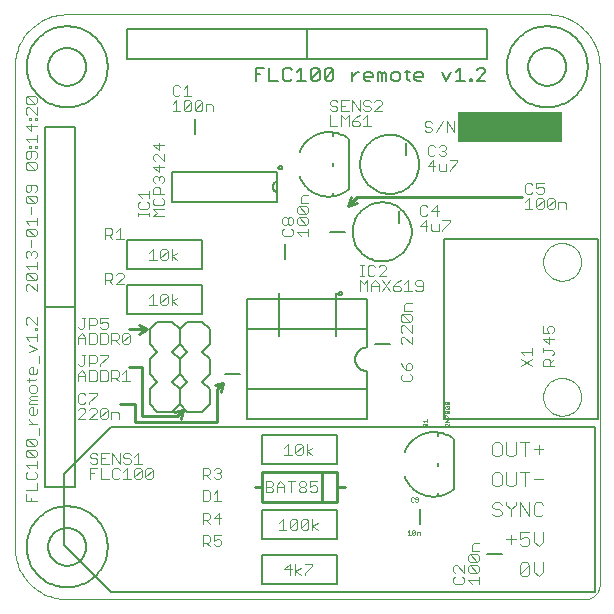
<source format=gto>
G75*
G70*
%OFA0B0*%
%FSLAX24Y24*%
%IPPOS*%
%LPD*%
%AMOC8*
5,1,8,0,0,1.08239X$1,22.5*
%
%ADD10C,0.0000*%
%ADD11C,0.0040*%
%ADD12R,0.3500X0.1000*%
%ADD13C,0.0060*%
%ADD14C,0.0030*%
%ADD15C,0.0100*%
%ADD16C,0.0050*%
%ADD17C,0.0080*%
%ADD18C,0.0020*%
%ADD19C,0.0010*%
D10*
X002925Y001175D02*
X020175Y001175D01*
X020219Y001177D01*
X020262Y001183D01*
X020304Y001192D01*
X020346Y001205D01*
X020386Y001222D01*
X020425Y001242D01*
X020462Y001265D01*
X020496Y001292D01*
X020529Y001321D01*
X020558Y001354D01*
X020585Y001388D01*
X020608Y001425D01*
X020628Y001464D01*
X020645Y001504D01*
X020658Y001546D01*
X020667Y001588D01*
X020673Y001631D01*
X020675Y001675D01*
X020675Y018925D01*
X020673Y019008D01*
X020667Y019091D01*
X020657Y019174D01*
X020643Y019256D01*
X020626Y019338D01*
X020604Y019418D01*
X020579Y019497D01*
X020550Y019575D01*
X020517Y019652D01*
X020480Y019727D01*
X020441Y019800D01*
X020397Y019871D01*
X020351Y019940D01*
X020301Y020007D01*
X020248Y020071D01*
X020192Y020133D01*
X020133Y020192D01*
X020071Y020248D01*
X020007Y020301D01*
X019940Y020351D01*
X019871Y020397D01*
X019800Y020441D01*
X019727Y020480D01*
X019652Y020517D01*
X019575Y020550D01*
X019497Y020579D01*
X019418Y020604D01*
X019338Y020626D01*
X019256Y020643D01*
X019174Y020657D01*
X019091Y020667D01*
X019008Y020673D01*
X018925Y020675D01*
X002925Y020675D01*
X002842Y020673D01*
X002759Y020667D01*
X002676Y020657D01*
X002594Y020643D01*
X002512Y020626D01*
X002432Y020604D01*
X002353Y020579D01*
X002275Y020550D01*
X002198Y020517D01*
X002123Y020480D01*
X002050Y020441D01*
X001979Y020397D01*
X001910Y020351D01*
X001843Y020301D01*
X001779Y020248D01*
X001717Y020192D01*
X001658Y020133D01*
X001602Y020071D01*
X001549Y020007D01*
X001499Y019940D01*
X001453Y019871D01*
X001409Y019800D01*
X001370Y019727D01*
X001333Y019652D01*
X001300Y019575D01*
X001271Y019497D01*
X001246Y019418D01*
X001224Y019338D01*
X001207Y019256D01*
X001193Y019174D01*
X001183Y019091D01*
X001177Y019008D01*
X001175Y018925D01*
X001175Y002925D01*
X001177Y002842D01*
X001183Y002759D01*
X001193Y002676D01*
X001207Y002594D01*
X001224Y002512D01*
X001246Y002432D01*
X001271Y002353D01*
X001300Y002275D01*
X001333Y002198D01*
X001370Y002123D01*
X001409Y002050D01*
X001453Y001979D01*
X001499Y001910D01*
X001549Y001843D01*
X001602Y001779D01*
X001658Y001717D01*
X001717Y001658D01*
X001779Y001602D01*
X001843Y001549D01*
X001910Y001499D01*
X001979Y001453D01*
X002050Y001409D01*
X002123Y001370D01*
X002198Y001333D01*
X002275Y001300D01*
X002353Y001271D01*
X002432Y001246D01*
X002512Y001224D01*
X002594Y001207D01*
X002676Y001193D01*
X002759Y001183D01*
X002842Y001177D01*
X002925Y001175D01*
X018795Y007925D02*
X018797Y007975D01*
X018803Y008025D01*
X018813Y008074D01*
X018827Y008122D01*
X018844Y008169D01*
X018865Y008214D01*
X018890Y008258D01*
X018918Y008299D01*
X018950Y008338D01*
X018984Y008375D01*
X019021Y008409D01*
X019061Y008439D01*
X019103Y008466D01*
X019147Y008490D01*
X019193Y008511D01*
X019240Y008527D01*
X019288Y008540D01*
X019338Y008549D01*
X019387Y008554D01*
X019438Y008555D01*
X019488Y008552D01*
X019537Y008545D01*
X019586Y008534D01*
X019634Y008519D01*
X019680Y008501D01*
X019725Y008479D01*
X019768Y008453D01*
X019809Y008424D01*
X019848Y008392D01*
X019884Y008357D01*
X019916Y008319D01*
X019946Y008279D01*
X019973Y008236D01*
X019996Y008192D01*
X020015Y008146D01*
X020031Y008098D01*
X020043Y008049D01*
X020051Y008000D01*
X020055Y007950D01*
X020055Y007900D01*
X020051Y007850D01*
X020043Y007801D01*
X020031Y007752D01*
X020015Y007704D01*
X019996Y007658D01*
X019973Y007614D01*
X019946Y007571D01*
X019916Y007531D01*
X019884Y007493D01*
X019848Y007458D01*
X019809Y007426D01*
X019768Y007397D01*
X019725Y007371D01*
X019680Y007349D01*
X019634Y007331D01*
X019586Y007316D01*
X019537Y007305D01*
X019488Y007298D01*
X019438Y007295D01*
X019387Y007296D01*
X019338Y007301D01*
X019288Y007310D01*
X019240Y007323D01*
X019193Y007339D01*
X019147Y007360D01*
X019103Y007384D01*
X019061Y007411D01*
X019021Y007441D01*
X018984Y007475D01*
X018950Y007512D01*
X018918Y007551D01*
X018890Y007592D01*
X018865Y007636D01*
X018844Y007681D01*
X018827Y007728D01*
X018813Y007776D01*
X018803Y007825D01*
X018797Y007875D01*
X018795Y007925D01*
X018795Y012425D02*
X018797Y012475D01*
X018803Y012525D01*
X018813Y012574D01*
X018827Y012622D01*
X018844Y012669D01*
X018865Y012714D01*
X018890Y012758D01*
X018918Y012799D01*
X018950Y012838D01*
X018984Y012875D01*
X019021Y012909D01*
X019061Y012939D01*
X019103Y012966D01*
X019147Y012990D01*
X019193Y013011D01*
X019240Y013027D01*
X019288Y013040D01*
X019338Y013049D01*
X019387Y013054D01*
X019438Y013055D01*
X019488Y013052D01*
X019537Y013045D01*
X019586Y013034D01*
X019634Y013019D01*
X019680Y013001D01*
X019725Y012979D01*
X019768Y012953D01*
X019809Y012924D01*
X019848Y012892D01*
X019884Y012857D01*
X019916Y012819D01*
X019946Y012779D01*
X019973Y012736D01*
X019996Y012692D01*
X020015Y012646D01*
X020031Y012598D01*
X020043Y012549D01*
X020051Y012500D01*
X020055Y012450D01*
X020055Y012400D01*
X020051Y012350D01*
X020043Y012301D01*
X020031Y012252D01*
X020015Y012204D01*
X019996Y012158D01*
X019973Y012114D01*
X019946Y012071D01*
X019916Y012031D01*
X019884Y011993D01*
X019848Y011958D01*
X019809Y011926D01*
X019768Y011897D01*
X019725Y011871D01*
X019680Y011849D01*
X019634Y011831D01*
X019586Y011816D01*
X019537Y011805D01*
X019488Y011798D01*
X019438Y011795D01*
X019387Y011796D01*
X019338Y011801D01*
X019288Y011810D01*
X019240Y011823D01*
X019193Y011839D01*
X019147Y011860D01*
X019103Y011884D01*
X019061Y011911D01*
X019021Y011941D01*
X018984Y011975D01*
X018950Y012012D01*
X018918Y012051D01*
X018890Y012092D01*
X018865Y012136D01*
X018844Y012181D01*
X018827Y012228D01*
X018813Y012276D01*
X018803Y012325D01*
X018797Y012375D01*
X018795Y012425D01*
D11*
X018743Y014695D02*
X018623Y014695D01*
X018563Y014755D01*
X018563Y014875D02*
X018683Y014935D01*
X018743Y014935D01*
X018804Y014875D01*
X018804Y014755D01*
X018743Y014695D01*
X018563Y014875D02*
X018563Y015055D01*
X018804Y015055D01*
X018435Y014995D02*
X018375Y015055D01*
X018255Y015055D01*
X018195Y014995D01*
X018195Y014755D01*
X018255Y014695D01*
X018375Y014695D01*
X018435Y014755D01*
X015817Y016745D02*
X015817Y017105D01*
X015577Y017105D02*
X015817Y016745D01*
X015577Y016745D02*
X015577Y017105D01*
X015449Y017105D02*
X015208Y016745D01*
X015080Y016805D02*
X015020Y016745D01*
X014900Y016745D01*
X014840Y016805D01*
X014900Y016925D02*
X015020Y016925D01*
X015080Y016865D01*
X015080Y016805D01*
X014900Y016925D02*
X014840Y016985D01*
X014840Y017045D01*
X014900Y017105D01*
X015020Y017105D01*
X015080Y017045D01*
X015125Y016305D02*
X015005Y016305D01*
X014945Y016245D01*
X014945Y016005D01*
X015005Y015945D01*
X015125Y015945D01*
X015185Y016005D01*
X015313Y016005D02*
X015373Y015945D01*
X015493Y015945D01*
X015554Y016005D01*
X015554Y016065D01*
X015493Y016125D01*
X015433Y016125D01*
X015493Y016125D02*
X015554Y016185D01*
X015554Y016245D01*
X015493Y016305D01*
X015373Y016305D01*
X015313Y016245D01*
X015185Y016245D02*
X015125Y016305D01*
X013408Y017445D02*
X013168Y017445D01*
X013408Y017685D01*
X013408Y017745D01*
X013348Y017805D01*
X013228Y017805D01*
X013168Y017745D01*
X013040Y017745D02*
X012980Y017805D01*
X012860Y017805D01*
X012800Y017745D01*
X012800Y017685D01*
X012860Y017625D01*
X012980Y017625D01*
X013040Y017565D01*
X013040Y017505D01*
X012980Y017445D01*
X012860Y017445D01*
X012800Y017505D01*
X012672Y017445D02*
X012432Y017805D01*
X012432Y017445D01*
X012304Y017445D02*
X012063Y017445D01*
X012063Y017805D01*
X012304Y017805D01*
X012183Y017625D02*
X012063Y017625D01*
X011935Y017565D02*
X011935Y017505D01*
X011875Y017445D01*
X011755Y017445D01*
X011695Y017505D01*
X011755Y017625D02*
X011875Y017625D01*
X011935Y017565D01*
X011935Y017745D02*
X011875Y017805D01*
X011755Y017805D01*
X011695Y017745D01*
X011695Y017685D01*
X011755Y017625D01*
X012672Y017445D02*
X012672Y017805D01*
X014755Y014305D02*
X014695Y014245D01*
X014695Y014005D01*
X014755Y013945D01*
X014875Y013945D01*
X014935Y014005D01*
X015063Y014125D02*
X015304Y014125D01*
X015243Y013945D02*
X015243Y014305D01*
X015063Y014125D01*
X014935Y014245D02*
X014875Y014305D01*
X014755Y014305D01*
X013489Y012305D02*
X013369Y012305D01*
X013309Y012245D01*
X013181Y012245D02*
X013121Y012305D01*
X013001Y012305D01*
X012941Y012245D01*
X012941Y012005D01*
X013001Y011945D01*
X013121Y011945D01*
X013181Y012005D01*
X013309Y011945D02*
X013549Y012185D01*
X013549Y012245D01*
X013489Y012305D01*
X013549Y011945D02*
X013309Y011945D01*
X012815Y011945D02*
X012695Y011945D01*
X012755Y011945D02*
X012755Y012305D01*
X012695Y012305D02*
X012815Y012305D01*
X010455Y013355D02*
X010395Y013295D01*
X010155Y013295D01*
X010095Y013355D01*
X010095Y013475D01*
X010155Y013535D01*
X010155Y013663D02*
X010215Y013663D01*
X010275Y013723D01*
X010275Y013843D01*
X010335Y013904D01*
X010395Y013904D01*
X010455Y013843D01*
X010455Y013723D01*
X010395Y013663D01*
X010335Y013663D01*
X010275Y013723D01*
X010275Y013843D02*
X010215Y013904D01*
X010155Y013904D01*
X010095Y013843D01*
X010095Y013723D01*
X010155Y013663D01*
X010395Y013535D02*
X010455Y013475D01*
X010455Y013355D01*
X005655Y013945D02*
X005655Y014065D01*
X005655Y014005D02*
X005295Y014005D01*
X005295Y013945D02*
X005295Y014065D01*
X005355Y014191D02*
X005595Y014191D01*
X005655Y014251D01*
X005655Y014371D01*
X005595Y014431D01*
X005655Y014559D02*
X005655Y014799D01*
X005655Y014679D02*
X005295Y014679D01*
X005415Y014559D01*
X005355Y014431D02*
X005295Y014371D01*
X005295Y014251D01*
X005355Y014191D01*
X004683Y013555D02*
X004563Y013435D01*
X004435Y013375D02*
X004375Y013315D01*
X004195Y013315D01*
X004195Y013195D02*
X004195Y013555D01*
X004375Y013555D01*
X004435Y013495D01*
X004435Y013375D01*
X004315Y013315D02*
X004435Y013195D01*
X004563Y013195D02*
X004804Y013195D01*
X004683Y013195D02*
X004683Y013555D01*
X004623Y012055D02*
X004563Y011995D01*
X004623Y012055D02*
X004743Y012055D01*
X004804Y011995D01*
X004804Y011935D01*
X004563Y011695D01*
X004804Y011695D01*
X004435Y011695D02*
X004315Y011815D01*
X004375Y011815D02*
X004195Y011815D01*
X004195Y011695D02*
X004195Y012055D01*
X004375Y012055D01*
X004435Y011995D01*
X004435Y011875D01*
X004375Y011815D01*
X004272Y010555D02*
X004032Y010555D01*
X004032Y010375D01*
X004152Y010435D01*
X004212Y010435D01*
X004272Y010375D01*
X004272Y010255D01*
X004212Y010195D01*
X004092Y010195D01*
X004032Y010255D01*
X003904Y010375D02*
X003843Y010315D01*
X003663Y010315D01*
X003663Y010195D02*
X003663Y010555D01*
X003843Y010555D01*
X003904Y010495D01*
X003904Y010375D01*
X003535Y010555D02*
X003415Y010555D01*
X003475Y010555D02*
X003475Y010255D01*
X003415Y010195D01*
X003355Y010195D01*
X003295Y010255D01*
X003415Y009305D02*
X003535Y009305D01*
X003475Y009305D02*
X003475Y009005D01*
X003415Y008945D01*
X003355Y008945D01*
X003295Y009005D01*
X003663Y008945D02*
X003663Y009305D01*
X003843Y009305D01*
X003904Y009245D01*
X003904Y009125D01*
X003843Y009065D01*
X003663Y009065D01*
X004032Y009005D02*
X004032Y008945D01*
X004032Y009005D02*
X004272Y009245D01*
X004272Y009305D01*
X004032Y009305D01*
X003904Y008055D02*
X003663Y008055D01*
X003535Y007995D02*
X003475Y008055D01*
X003355Y008055D01*
X003295Y007995D01*
X003295Y007755D01*
X003355Y007695D01*
X003475Y007695D01*
X003535Y007755D01*
X003663Y007755D02*
X003663Y007695D01*
X003663Y007755D02*
X003904Y007995D01*
X003904Y008055D01*
X003875Y006055D02*
X003755Y006055D01*
X003695Y005995D01*
X003695Y005935D01*
X003755Y005875D01*
X003875Y005875D01*
X003935Y005815D01*
X003935Y005755D01*
X003875Y005695D01*
X003755Y005695D01*
X003695Y005755D01*
X003935Y005995D02*
X003875Y006055D01*
X004063Y006055D02*
X004063Y005695D01*
X004304Y005695D01*
X004432Y005695D02*
X004432Y006055D01*
X004672Y005695D01*
X004672Y006055D01*
X004800Y005995D02*
X004800Y005935D01*
X004860Y005875D01*
X004980Y005875D01*
X005040Y005815D01*
X005040Y005755D01*
X004980Y005695D01*
X004860Y005695D01*
X004800Y005755D01*
X004800Y005995D02*
X004860Y006055D01*
X004980Y006055D01*
X005040Y005995D01*
X005168Y005935D02*
X005288Y006055D01*
X005288Y005695D01*
X005168Y005695D02*
X005408Y005695D01*
X004304Y006055D02*
X004063Y006055D01*
X004063Y005875D02*
X004183Y005875D01*
X007445Y005555D02*
X007445Y005195D01*
X007445Y005315D02*
X007625Y005315D01*
X007685Y005375D01*
X007685Y005495D01*
X007625Y005555D01*
X007445Y005555D01*
X007565Y005315D02*
X007685Y005195D01*
X007813Y005255D02*
X007873Y005195D01*
X007993Y005195D01*
X008054Y005255D01*
X008054Y005315D01*
X007993Y005375D01*
X007933Y005375D01*
X007993Y005375D02*
X008054Y005435D01*
X008054Y005495D01*
X007993Y005555D01*
X007873Y005555D01*
X007813Y005495D01*
X007933Y004805D02*
X007813Y004685D01*
X007685Y004745D02*
X007625Y004805D01*
X007445Y004805D01*
X007445Y004445D01*
X007625Y004445D01*
X007685Y004505D01*
X007685Y004745D01*
X007933Y004805D02*
X007933Y004445D01*
X007813Y004445D02*
X008054Y004445D01*
X007993Y004055D02*
X007813Y003875D01*
X008054Y003875D01*
X007993Y003695D02*
X007993Y004055D01*
X007685Y003995D02*
X007685Y003875D01*
X007625Y003815D01*
X007445Y003815D01*
X007445Y003695D02*
X007445Y004055D01*
X007625Y004055D01*
X007685Y003995D01*
X007565Y003815D02*
X007685Y003695D01*
X007625Y003305D02*
X007445Y003305D01*
X007445Y002945D01*
X007445Y003065D02*
X007625Y003065D01*
X007685Y003125D01*
X007685Y003245D01*
X007625Y003305D01*
X007813Y003305D02*
X007813Y003125D01*
X007933Y003185D01*
X007993Y003185D01*
X008054Y003125D01*
X008054Y003005D01*
X007993Y002945D01*
X007873Y002945D01*
X007813Y003005D01*
X007685Y002945D02*
X007565Y003065D01*
X007813Y003305D02*
X008054Y003305D01*
X014045Y008505D02*
X014105Y008445D01*
X014345Y008445D01*
X014405Y008505D01*
X014405Y008625D01*
X014345Y008685D01*
X014345Y008813D02*
X014225Y008813D01*
X014225Y008993D01*
X014285Y009054D01*
X014345Y009054D01*
X014405Y008993D01*
X014405Y008873D01*
X014345Y008813D01*
X014225Y008813D02*
X014105Y008933D01*
X014045Y009054D01*
X014105Y008685D02*
X014045Y008625D01*
X014045Y008505D01*
X017103Y006329D02*
X017103Y006022D01*
X017180Y005945D01*
X017334Y005945D01*
X017410Y006022D01*
X017410Y006329D01*
X017334Y006405D01*
X017180Y006405D01*
X017103Y006329D01*
X017564Y006405D02*
X017564Y006022D01*
X017641Y005945D01*
X017794Y005945D01*
X017871Y006022D01*
X017871Y006405D01*
X018024Y006405D02*
X018331Y006405D01*
X018178Y006405D02*
X018178Y005945D01*
X018485Y006175D02*
X018792Y006175D01*
X018638Y006329D02*
X018638Y006022D01*
X018331Y005405D02*
X018024Y005405D01*
X017871Y005405D02*
X017871Y005022D01*
X017794Y004945D01*
X017641Y004945D01*
X017564Y005022D01*
X017564Y005405D01*
X017410Y005329D02*
X017334Y005405D01*
X017180Y005405D01*
X017103Y005329D01*
X017103Y005022D01*
X017180Y004945D01*
X017334Y004945D01*
X017410Y005022D01*
X017410Y005329D01*
X018178Y005405D02*
X018178Y004945D01*
X018485Y005175D02*
X018792Y005175D01*
X018715Y004405D02*
X018561Y004405D01*
X018485Y004329D01*
X018485Y004022D01*
X018561Y003945D01*
X018715Y003945D01*
X018792Y004022D01*
X018792Y004329D02*
X018715Y004405D01*
X018331Y004405D02*
X018331Y003945D01*
X018024Y004405D01*
X018024Y003945D01*
X017717Y003945D02*
X017717Y004175D01*
X017871Y004329D01*
X017871Y004405D01*
X017717Y004175D02*
X017564Y004329D01*
X017564Y004405D01*
X017410Y004329D02*
X017334Y004405D01*
X017180Y004405D01*
X017103Y004329D01*
X017103Y004252D01*
X017180Y004175D01*
X017334Y004175D01*
X017410Y004098D01*
X017410Y004022D01*
X017334Y003945D01*
X017180Y003945D01*
X017103Y004022D01*
X017717Y003329D02*
X017717Y003022D01*
X017564Y003175D02*
X017871Y003175D01*
X018024Y003175D02*
X018178Y003252D01*
X018254Y003252D01*
X018331Y003175D01*
X018331Y003022D01*
X018254Y002945D01*
X018101Y002945D01*
X018024Y003022D01*
X018024Y003175D02*
X018024Y003405D01*
X018331Y003405D01*
X018485Y003405D02*
X018485Y003098D01*
X018638Y002945D01*
X018792Y003098D01*
X018792Y003405D01*
X018792Y002405D02*
X018792Y002098D01*
X018638Y001945D01*
X018485Y002098D01*
X018485Y002405D01*
X018331Y002329D02*
X018024Y002022D01*
X018101Y001945D01*
X018254Y001945D01*
X018331Y002022D01*
X018331Y002329D01*
X018254Y002405D01*
X018101Y002405D01*
X018024Y002329D01*
X018024Y002022D01*
X016155Y002063D02*
X015915Y002304D01*
X015855Y002304D01*
X015795Y002243D01*
X015795Y002123D01*
X015855Y002063D01*
X015855Y001935D02*
X015795Y001875D01*
X015795Y001755D01*
X015855Y001695D01*
X016095Y001695D01*
X016155Y001755D01*
X016155Y001875D01*
X016095Y001935D01*
X016155Y002063D02*
X016155Y002304D01*
X018045Y008945D02*
X018405Y009185D01*
X018405Y009313D02*
X018405Y009554D01*
X018405Y009433D02*
X018045Y009433D01*
X018165Y009313D01*
X018045Y009185D02*
X018405Y008945D01*
X007054Y017945D02*
X006813Y017945D01*
X006933Y017945D02*
X006933Y018305D01*
X006813Y018185D01*
X006685Y018245D02*
X006625Y018305D01*
X006505Y018305D01*
X006445Y018245D01*
X006445Y018005D01*
X006505Y017945D01*
X006625Y017945D01*
X006685Y018005D01*
D12*
X017675Y016925D03*
D13*
X016865Y018455D02*
X016571Y018455D01*
X016865Y018749D01*
X016865Y018822D01*
X016791Y018895D01*
X016645Y018895D01*
X016571Y018822D01*
X016414Y018528D02*
X016414Y018455D01*
X016341Y018455D01*
X016341Y018528D01*
X016414Y018528D01*
X016174Y018455D02*
X015881Y018455D01*
X016027Y018455D02*
X016027Y018895D01*
X015881Y018749D01*
X015714Y018749D02*
X015567Y018455D01*
X015420Y018749D01*
X014793Y018675D02*
X014793Y018602D01*
X014500Y018602D01*
X014500Y018675D02*
X014573Y018749D01*
X014720Y018749D01*
X014793Y018675D01*
X014720Y018455D02*
X014573Y018455D01*
X014500Y018528D01*
X014500Y018675D01*
X014339Y018749D02*
X014193Y018749D01*
X014266Y018822D02*
X014266Y018528D01*
X014339Y018455D01*
X014026Y018528D02*
X014026Y018675D01*
X013952Y018749D01*
X013806Y018749D01*
X013732Y018675D01*
X013732Y018528D01*
X013806Y018455D01*
X013952Y018455D01*
X014026Y018528D01*
X013565Y018455D02*
X013565Y018675D01*
X013492Y018749D01*
X013419Y018675D01*
X013419Y018455D01*
X013272Y018455D02*
X013272Y018749D01*
X013345Y018749D01*
X013419Y018675D01*
X013105Y018675D02*
X013105Y018602D01*
X012811Y018602D01*
X012811Y018675D02*
X012885Y018749D01*
X013032Y018749D01*
X013105Y018675D01*
X013032Y018455D02*
X012885Y018455D01*
X012811Y018528D01*
X012811Y018675D01*
X012648Y018749D02*
X012575Y018749D01*
X012428Y018602D01*
X012428Y018455D02*
X012428Y018749D01*
X011801Y018822D02*
X011801Y018528D01*
X011727Y018455D01*
X011580Y018455D01*
X011507Y018528D01*
X011801Y018822D01*
X011727Y018895D01*
X011580Y018895D01*
X011507Y018822D01*
X011507Y018528D01*
X011340Y018528D02*
X011267Y018455D01*
X011120Y018455D01*
X011047Y018528D01*
X011340Y018822D01*
X011340Y018528D01*
X011047Y018528D02*
X011047Y018822D01*
X011120Y018895D01*
X011267Y018895D01*
X011340Y018822D01*
X010880Y018455D02*
X010586Y018455D01*
X010733Y018455D02*
X010733Y018895D01*
X010586Y018749D01*
X010419Y018822D02*
X010346Y018895D01*
X010199Y018895D01*
X010126Y018822D01*
X010126Y018528D01*
X010199Y018455D01*
X010346Y018455D01*
X010419Y018528D01*
X009959Y018455D02*
X009665Y018455D01*
X009665Y018895D01*
X009499Y018895D02*
X009205Y018895D01*
X009205Y018455D01*
X009205Y018675D02*
X009352Y018675D01*
X009925Y015425D02*
X006425Y015425D01*
X006425Y014425D01*
X009925Y014425D01*
X009925Y014725D01*
X009925Y015125D01*
X009925Y015425D01*
X009975Y011385D02*
X009975Y009965D01*
X008925Y010175D02*
X008925Y011175D01*
X012925Y011175D01*
X012925Y010175D01*
X012925Y009575D01*
X012886Y009573D01*
X012847Y009567D01*
X012809Y009558D01*
X012772Y009545D01*
X012736Y009528D01*
X012703Y009508D01*
X012671Y009484D01*
X012642Y009458D01*
X012616Y009429D01*
X012592Y009397D01*
X012572Y009364D01*
X012555Y009328D01*
X012542Y009291D01*
X012533Y009253D01*
X012527Y009214D01*
X012525Y009175D01*
X012527Y009136D01*
X012533Y009097D01*
X012542Y009059D01*
X012555Y009022D01*
X012572Y008986D01*
X012592Y008953D01*
X012616Y008921D01*
X012642Y008892D01*
X012671Y008866D01*
X012703Y008842D01*
X012736Y008822D01*
X012772Y008805D01*
X012809Y008792D01*
X012847Y008783D01*
X012886Y008777D01*
X012925Y008775D01*
X012925Y008175D02*
X008925Y008175D01*
X008925Y010175D01*
X012925Y010175D01*
X011875Y009965D02*
X011875Y011385D01*
X012925Y008175D02*
X012925Y007175D01*
X008925Y007175D01*
X008925Y008175D01*
X001575Y002925D02*
X001577Y002998D01*
X001583Y003071D01*
X001593Y003143D01*
X001607Y003215D01*
X001624Y003286D01*
X001646Y003356D01*
X001671Y003425D01*
X001700Y003492D01*
X001732Y003557D01*
X001768Y003621D01*
X001808Y003683D01*
X001850Y003742D01*
X001896Y003799D01*
X001945Y003853D01*
X001997Y003905D01*
X002051Y003954D01*
X002108Y004000D01*
X002167Y004042D01*
X002229Y004082D01*
X002293Y004118D01*
X002358Y004150D01*
X002425Y004179D01*
X002494Y004204D01*
X002564Y004226D01*
X002635Y004243D01*
X002707Y004257D01*
X002779Y004267D01*
X002852Y004273D01*
X002925Y004275D01*
X002998Y004273D01*
X003071Y004267D01*
X003143Y004257D01*
X003215Y004243D01*
X003286Y004226D01*
X003356Y004204D01*
X003425Y004179D01*
X003492Y004150D01*
X003557Y004118D01*
X003621Y004082D01*
X003683Y004042D01*
X003742Y004000D01*
X003799Y003954D01*
X003853Y003905D01*
X003905Y003853D01*
X003954Y003799D01*
X004000Y003742D01*
X004042Y003683D01*
X004082Y003621D01*
X004118Y003557D01*
X004150Y003492D01*
X004179Y003425D01*
X004204Y003356D01*
X004226Y003286D01*
X004243Y003215D01*
X004257Y003143D01*
X004267Y003071D01*
X004273Y002998D01*
X004275Y002925D01*
X004273Y002852D01*
X004267Y002779D01*
X004257Y002707D01*
X004243Y002635D01*
X004226Y002564D01*
X004204Y002494D01*
X004179Y002425D01*
X004150Y002358D01*
X004118Y002293D01*
X004082Y002229D01*
X004042Y002167D01*
X004000Y002108D01*
X003954Y002051D01*
X003905Y001997D01*
X003853Y001945D01*
X003799Y001896D01*
X003742Y001850D01*
X003683Y001808D01*
X003621Y001768D01*
X003557Y001732D01*
X003492Y001700D01*
X003425Y001671D01*
X003356Y001646D01*
X003286Y001624D01*
X003215Y001607D01*
X003143Y001593D01*
X003071Y001583D01*
X002998Y001577D01*
X002925Y001575D01*
X002852Y001577D01*
X002779Y001583D01*
X002707Y001593D01*
X002635Y001607D01*
X002564Y001624D01*
X002494Y001646D01*
X002425Y001671D01*
X002358Y001700D01*
X002293Y001732D01*
X002229Y001768D01*
X002167Y001808D01*
X002108Y001850D01*
X002051Y001896D01*
X001997Y001945D01*
X001945Y001997D01*
X001896Y002051D01*
X001850Y002108D01*
X001808Y002167D01*
X001768Y002229D01*
X001732Y002293D01*
X001700Y002358D01*
X001671Y002425D01*
X001646Y002494D01*
X001624Y002564D01*
X001607Y002635D01*
X001593Y002707D01*
X001583Y002779D01*
X001577Y002852D01*
X001575Y002925D01*
X001575Y018925D02*
X001577Y018998D01*
X001583Y019071D01*
X001593Y019143D01*
X001607Y019215D01*
X001624Y019286D01*
X001646Y019356D01*
X001671Y019425D01*
X001700Y019492D01*
X001732Y019557D01*
X001768Y019621D01*
X001808Y019683D01*
X001850Y019742D01*
X001896Y019799D01*
X001945Y019853D01*
X001997Y019905D01*
X002051Y019954D01*
X002108Y020000D01*
X002167Y020042D01*
X002229Y020082D01*
X002293Y020118D01*
X002358Y020150D01*
X002425Y020179D01*
X002494Y020204D01*
X002564Y020226D01*
X002635Y020243D01*
X002707Y020257D01*
X002779Y020267D01*
X002852Y020273D01*
X002925Y020275D01*
X002998Y020273D01*
X003071Y020267D01*
X003143Y020257D01*
X003215Y020243D01*
X003286Y020226D01*
X003356Y020204D01*
X003425Y020179D01*
X003492Y020150D01*
X003557Y020118D01*
X003621Y020082D01*
X003683Y020042D01*
X003742Y020000D01*
X003799Y019954D01*
X003853Y019905D01*
X003905Y019853D01*
X003954Y019799D01*
X004000Y019742D01*
X004042Y019683D01*
X004082Y019621D01*
X004118Y019557D01*
X004150Y019492D01*
X004179Y019425D01*
X004204Y019356D01*
X004226Y019286D01*
X004243Y019215D01*
X004257Y019143D01*
X004267Y019071D01*
X004273Y018998D01*
X004275Y018925D01*
X004273Y018852D01*
X004267Y018779D01*
X004257Y018707D01*
X004243Y018635D01*
X004226Y018564D01*
X004204Y018494D01*
X004179Y018425D01*
X004150Y018358D01*
X004118Y018293D01*
X004082Y018229D01*
X004042Y018167D01*
X004000Y018108D01*
X003954Y018051D01*
X003905Y017997D01*
X003853Y017945D01*
X003799Y017896D01*
X003742Y017850D01*
X003683Y017808D01*
X003621Y017768D01*
X003557Y017732D01*
X003492Y017700D01*
X003425Y017671D01*
X003356Y017646D01*
X003286Y017624D01*
X003215Y017607D01*
X003143Y017593D01*
X003071Y017583D01*
X002998Y017577D01*
X002925Y017575D01*
X002852Y017577D01*
X002779Y017583D01*
X002707Y017593D01*
X002635Y017607D01*
X002564Y017624D01*
X002494Y017646D01*
X002425Y017671D01*
X002358Y017700D01*
X002293Y017732D01*
X002229Y017768D01*
X002167Y017808D01*
X002108Y017850D01*
X002051Y017896D01*
X001997Y017945D01*
X001945Y017997D01*
X001896Y018051D01*
X001850Y018108D01*
X001808Y018167D01*
X001768Y018229D01*
X001732Y018293D01*
X001700Y018358D01*
X001671Y018425D01*
X001646Y018494D01*
X001624Y018564D01*
X001607Y018635D01*
X001593Y018707D01*
X001583Y018779D01*
X001577Y018852D01*
X001575Y018925D01*
X017575Y018925D02*
X017577Y018998D01*
X017583Y019071D01*
X017593Y019143D01*
X017607Y019215D01*
X017624Y019286D01*
X017646Y019356D01*
X017671Y019425D01*
X017700Y019492D01*
X017732Y019557D01*
X017768Y019621D01*
X017808Y019683D01*
X017850Y019742D01*
X017896Y019799D01*
X017945Y019853D01*
X017997Y019905D01*
X018051Y019954D01*
X018108Y020000D01*
X018167Y020042D01*
X018229Y020082D01*
X018293Y020118D01*
X018358Y020150D01*
X018425Y020179D01*
X018494Y020204D01*
X018564Y020226D01*
X018635Y020243D01*
X018707Y020257D01*
X018779Y020267D01*
X018852Y020273D01*
X018925Y020275D01*
X018998Y020273D01*
X019071Y020267D01*
X019143Y020257D01*
X019215Y020243D01*
X019286Y020226D01*
X019356Y020204D01*
X019425Y020179D01*
X019492Y020150D01*
X019557Y020118D01*
X019621Y020082D01*
X019683Y020042D01*
X019742Y020000D01*
X019799Y019954D01*
X019853Y019905D01*
X019905Y019853D01*
X019954Y019799D01*
X020000Y019742D01*
X020042Y019683D01*
X020082Y019621D01*
X020118Y019557D01*
X020150Y019492D01*
X020179Y019425D01*
X020204Y019356D01*
X020226Y019286D01*
X020243Y019215D01*
X020257Y019143D01*
X020267Y019071D01*
X020273Y018998D01*
X020275Y018925D01*
X020273Y018852D01*
X020267Y018779D01*
X020257Y018707D01*
X020243Y018635D01*
X020226Y018564D01*
X020204Y018494D01*
X020179Y018425D01*
X020150Y018358D01*
X020118Y018293D01*
X020082Y018229D01*
X020042Y018167D01*
X020000Y018108D01*
X019954Y018051D01*
X019905Y017997D01*
X019853Y017945D01*
X019799Y017896D01*
X019742Y017850D01*
X019683Y017808D01*
X019621Y017768D01*
X019557Y017732D01*
X019492Y017700D01*
X019425Y017671D01*
X019356Y017646D01*
X019286Y017624D01*
X019215Y017607D01*
X019143Y017593D01*
X019071Y017583D01*
X018998Y017577D01*
X018925Y017575D01*
X018852Y017577D01*
X018779Y017583D01*
X018707Y017593D01*
X018635Y017607D01*
X018564Y017624D01*
X018494Y017646D01*
X018425Y017671D01*
X018358Y017700D01*
X018293Y017732D01*
X018229Y017768D01*
X018167Y017808D01*
X018108Y017850D01*
X018051Y017896D01*
X017997Y017945D01*
X017945Y017997D01*
X017896Y018051D01*
X017850Y018108D01*
X017808Y018167D01*
X017768Y018229D01*
X017732Y018293D01*
X017700Y018358D01*
X017671Y018425D01*
X017646Y018494D01*
X017624Y018564D01*
X017607Y018635D01*
X017593Y018707D01*
X017583Y018779D01*
X017577Y018852D01*
X017575Y018925D01*
D14*
X015924Y015810D02*
X015677Y015810D01*
X015555Y015687D02*
X015555Y015440D01*
X015370Y015440D01*
X015308Y015502D01*
X015308Y015687D01*
X015187Y015625D02*
X014940Y015625D01*
X015125Y015810D01*
X015125Y015440D01*
X015677Y015440D02*
X015677Y015502D01*
X015924Y015749D01*
X015924Y015810D01*
X015674Y013810D02*
X015427Y013810D01*
X015305Y013687D02*
X015305Y013440D01*
X015120Y013440D01*
X015058Y013502D01*
X015058Y013687D01*
X014937Y013625D02*
X014690Y013625D01*
X014875Y013810D01*
X014875Y013440D01*
X015427Y013440D02*
X015427Y013502D01*
X015674Y013749D01*
X015674Y013810D01*
X014717Y011810D02*
X014593Y011810D01*
X014532Y011749D01*
X014532Y011687D01*
X014593Y011625D01*
X014778Y011625D01*
X014778Y011502D02*
X014778Y011749D01*
X014717Y011810D01*
X014778Y011502D02*
X014717Y011440D01*
X014593Y011440D01*
X014532Y011502D01*
X014410Y011440D02*
X014163Y011440D01*
X014287Y011440D02*
X014287Y011810D01*
X014163Y011687D01*
X014042Y011810D02*
X013918Y011749D01*
X013795Y011625D01*
X013980Y011625D01*
X014042Y011563D01*
X014042Y011502D01*
X013980Y011440D01*
X013857Y011440D01*
X013795Y011502D01*
X013795Y011625D01*
X013674Y011440D02*
X013427Y011810D01*
X013305Y011687D02*
X013305Y011440D01*
X013427Y011440D02*
X013674Y011810D01*
X013305Y011687D02*
X013182Y011810D01*
X013058Y011687D01*
X013058Y011440D01*
X012937Y011440D02*
X012937Y011810D01*
X012813Y011687D01*
X012690Y011810D01*
X012690Y011440D01*
X013058Y011625D02*
X013305Y011625D01*
X014163Y010980D02*
X014163Y010795D01*
X014410Y010795D01*
X014348Y010674D02*
X014101Y010674D01*
X014348Y010427D01*
X014410Y010488D01*
X014410Y010612D01*
X014348Y010674D01*
X014101Y010674D02*
X014040Y010612D01*
X014040Y010488D01*
X014101Y010427D01*
X014348Y010427D01*
X014410Y010305D02*
X014410Y010058D01*
X014163Y010305D01*
X014101Y010305D01*
X014040Y010243D01*
X014040Y010120D01*
X014101Y010058D01*
X014101Y009937D02*
X014040Y009875D01*
X014040Y009752D01*
X014101Y009690D01*
X014101Y009937D02*
X014163Y009937D01*
X014410Y009690D01*
X014410Y009937D01*
X014163Y010980D02*
X014225Y011042D01*
X014410Y011042D01*
X010960Y013290D02*
X010960Y013537D01*
X010960Y013413D02*
X010590Y013413D01*
X010713Y013290D01*
X010651Y013658D02*
X010590Y013720D01*
X010590Y013843D01*
X010651Y013905D01*
X010898Y013658D01*
X010960Y013720D01*
X010960Y013843D01*
X010898Y013905D01*
X010651Y013905D01*
X010651Y014027D02*
X010590Y014088D01*
X010590Y014212D01*
X010651Y014274D01*
X010898Y014027D01*
X010960Y014088D01*
X010960Y014212D01*
X010898Y014274D01*
X010651Y014274D01*
X010713Y014395D02*
X010713Y014580D01*
X010775Y014642D01*
X010960Y014642D01*
X010960Y014395D02*
X010713Y014395D01*
X010651Y014027D02*
X010898Y014027D01*
X010898Y013658D02*
X010651Y013658D01*
X011690Y016940D02*
X011937Y016940D01*
X012058Y016940D02*
X012058Y017310D01*
X012182Y017187D01*
X012305Y017310D01*
X012305Y016940D01*
X012427Y017002D02*
X012427Y017125D01*
X012612Y017125D01*
X012674Y017063D01*
X012674Y017002D01*
X012612Y016940D01*
X012488Y016940D01*
X012427Y017002D01*
X012427Y017125D02*
X012550Y017249D01*
X012674Y017310D01*
X012795Y017187D02*
X012918Y017310D01*
X012918Y016940D01*
X012795Y016940D02*
X013042Y016940D01*
X011690Y016940D02*
X011690Y017310D01*
X007792Y017440D02*
X007792Y017625D01*
X007730Y017687D01*
X007545Y017687D01*
X007545Y017440D01*
X007424Y017502D02*
X007362Y017440D01*
X007238Y017440D01*
X007177Y017502D01*
X007424Y017749D01*
X007424Y017502D01*
X007424Y017749D02*
X007362Y017810D01*
X007238Y017810D01*
X007177Y017749D01*
X007177Y017502D01*
X007055Y017502D02*
X006993Y017440D01*
X006870Y017440D01*
X006808Y017502D01*
X007055Y017749D01*
X007055Y017502D01*
X007055Y017749D02*
X006993Y017810D01*
X006870Y017810D01*
X006808Y017749D01*
X006808Y017502D01*
X006687Y017440D02*
X006440Y017440D01*
X006563Y017440D02*
X006563Y017810D01*
X006440Y017687D01*
X005975Y016397D02*
X005975Y016150D01*
X005790Y016335D01*
X006160Y016335D01*
X006160Y016028D02*
X006160Y015782D01*
X005913Y016028D01*
X005851Y016028D01*
X005790Y015967D01*
X005790Y015843D01*
X005851Y015782D01*
X005975Y015660D02*
X005975Y015413D01*
X005790Y015598D01*
X006160Y015598D01*
X006098Y015292D02*
X006160Y015230D01*
X006160Y015107D01*
X006098Y015045D01*
X005975Y014924D02*
X006037Y014862D01*
X006037Y014677D01*
X006160Y014677D02*
X005790Y014677D01*
X005790Y014862D01*
X005851Y014924D01*
X005975Y014924D01*
X005851Y015045D02*
X005790Y015107D01*
X005790Y015230D01*
X005851Y015292D01*
X005913Y015292D01*
X005975Y015230D01*
X006037Y015292D01*
X006098Y015292D01*
X005975Y015230D02*
X005975Y015168D01*
X006098Y014555D02*
X006160Y014493D01*
X006160Y014370D01*
X006098Y014308D01*
X005851Y014308D01*
X005790Y014370D01*
X005790Y014493D01*
X005851Y014555D01*
X005790Y014187D02*
X006160Y014187D01*
X006160Y013940D02*
X005790Y013940D01*
X005913Y014063D01*
X005790Y014187D01*
X005792Y012860D02*
X005668Y012737D01*
X005792Y012860D02*
X005792Y012490D01*
X005915Y012490D02*
X005668Y012490D01*
X006037Y012552D02*
X006283Y012799D01*
X006283Y012552D01*
X006222Y012490D01*
X006098Y012490D01*
X006037Y012552D01*
X006037Y012799D01*
X006098Y012860D01*
X006222Y012860D01*
X006283Y012799D01*
X006405Y012860D02*
X006405Y012490D01*
X006405Y012613D02*
X006590Y012737D01*
X006405Y012613D02*
X006590Y012490D01*
X006405Y011360D02*
X006405Y010990D01*
X006405Y011113D02*
X006590Y011237D01*
X006405Y011113D02*
X006590Y010990D01*
X006283Y011052D02*
X006283Y011299D01*
X006037Y011052D01*
X006098Y010990D01*
X006222Y010990D01*
X006283Y011052D01*
X006037Y011052D02*
X006037Y011299D01*
X006098Y011360D01*
X006222Y011360D01*
X006283Y011299D01*
X005915Y010990D02*
X005668Y010990D01*
X005792Y010990D02*
X005792Y011360D01*
X005668Y011237D01*
X004948Y010060D02*
X005010Y009999D01*
X004763Y009752D01*
X004825Y009690D01*
X004948Y009690D01*
X005010Y009752D01*
X005010Y009999D01*
X004948Y010060D02*
X004825Y010060D01*
X004763Y009999D01*
X004763Y009752D01*
X004642Y009690D02*
X004518Y009813D01*
X004580Y009813D02*
X004395Y009813D01*
X004395Y009690D02*
X004395Y010060D01*
X004580Y010060D01*
X004642Y009999D01*
X004642Y009875D01*
X004580Y009813D01*
X004274Y009752D02*
X004274Y009999D01*
X004212Y010060D01*
X004027Y010060D01*
X004027Y009690D01*
X004212Y009690D01*
X004274Y009752D01*
X003905Y009752D02*
X003905Y009999D01*
X003843Y010060D01*
X003658Y010060D01*
X003658Y009690D01*
X003843Y009690D01*
X003905Y009752D01*
X003537Y009690D02*
X003537Y009937D01*
X003413Y010060D01*
X003290Y009937D01*
X003290Y009690D01*
X003290Y009875D02*
X003537Y009875D01*
X003658Y008810D02*
X003843Y008810D01*
X003905Y008749D01*
X003905Y008502D01*
X003843Y008440D01*
X003658Y008440D01*
X003658Y008810D01*
X003537Y008687D02*
X003537Y008440D01*
X003537Y008625D02*
X003290Y008625D01*
X003290Y008687D02*
X003413Y008810D01*
X003537Y008687D01*
X003290Y008687D02*
X003290Y008440D01*
X004027Y008440D02*
X004212Y008440D01*
X004274Y008502D01*
X004274Y008749D01*
X004212Y008810D01*
X004027Y008810D01*
X004027Y008440D01*
X004395Y008440D02*
X004395Y008810D01*
X004580Y008810D01*
X004642Y008749D01*
X004642Y008625D01*
X004580Y008563D01*
X004395Y008563D01*
X004518Y008563D02*
X004642Y008440D01*
X004763Y008440D02*
X005010Y008440D01*
X004887Y008440D02*
X004887Y008810D01*
X004763Y008687D01*
X004212Y007560D02*
X004274Y007499D01*
X004027Y007252D01*
X004088Y007190D01*
X004212Y007190D01*
X004274Y007252D01*
X004274Y007499D01*
X004212Y007560D02*
X004088Y007560D01*
X004027Y007499D01*
X004027Y007252D01*
X003905Y007190D02*
X003658Y007190D01*
X003905Y007437D01*
X003905Y007499D01*
X003843Y007560D01*
X003720Y007560D01*
X003658Y007499D01*
X003537Y007499D02*
X003475Y007560D01*
X003352Y007560D01*
X003290Y007499D01*
X003537Y007499D02*
X003537Y007437D01*
X003290Y007190D01*
X003537Y007190D01*
X004395Y007190D02*
X004395Y007437D01*
X004580Y007437D01*
X004642Y007375D01*
X004642Y007190D01*
X004612Y005560D02*
X004488Y005560D01*
X004427Y005499D01*
X004427Y005252D01*
X004488Y005190D01*
X004612Y005190D01*
X004674Y005252D01*
X004795Y005190D02*
X005042Y005190D01*
X004918Y005190D02*
X004918Y005560D01*
X004795Y005437D01*
X004674Y005499D02*
X004612Y005560D01*
X004305Y005190D02*
X004058Y005190D01*
X004058Y005560D01*
X003937Y005560D02*
X003690Y005560D01*
X003690Y005190D01*
X003690Y005375D02*
X003813Y005375D01*
X005163Y005252D02*
X005225Y005190D01*
X005348Y005190D01*
X005410Y005252D01*
X005410Y005499D01*
X005163Y005252D01*
X005163Y005499D01*
X005225Y005560D01*
X005348Y005560D01*
X005410Y005499D01*
X005532Y005499D02*
X005532Y005252D01*
X005778Y005499D01*
X005778Y005252D01*
X005717Y005190D01*
X005593Y005190D01*
X005532Y005252D01*
X005532Y005499D02*
X005593Y005560D01*
X005717Y005560D01*
X005778Y005499D01*
X009540Y005110D02*
X009540Y004740D01*
X009725Y004740D01*
X009787Y004802D01*
X009787Y004863D01*
X009725Y004925D01*
X009540Y004925D01*
X009725Y004925D02*
X009787Y004987D01*
X009787Y005049D01*
X009725Y005110D01*
X009540Y005110D01*
X009908Y004987D02*
X010032Y005110D01*
X010155Y004987D01*
X010155Y004740D01*
X010155Y004925D02*
X009908Y004925D01*
X009908Y004987D02*
X009908Y004740D01*
X010400Y004740D02*
X010400Y005110D01*
X010277Y005110D02*
X010524Y005110D01*
X010645Y005049D02*
X010645Y004987D01*
X010707Y004925D01*
X010830Y004925D01*
X010892Y004863D01*
X010892Y004802D01*
X010830Y004740D01*
X010707Y004740D01*
X010645Y004802D01*
X010645Y004863D01*
X010707Y004925D01*
X010830Y004925D02*
X010892Y004987D01*
X010892Y005049D01*
X010830Y005110D01*
X010707Y005110D01*
X010645Y005049D01*
X011013Y005110D02*
X011013Y004925D01*
X011137Y004987D01*
X011198Y004987D01*
X011260Y004925D01*
X011260Y004802D01*
X011198Y004740D01*
X011075Y004740D01*
X011013Y004802D01*
X011013Y005110D02*
X011260Y005110D01*
X011090Y005990D02*
X010905Y006113D01*
X011090Y006237D01*
X010905Y006360D02*
X010905Y005990D01*
X010783Y006052D02*
X010722Y005990D01*
X010598Y005990D01*
X010537Y006052D01*
X010783Y006299D01*
X010783Y006052D01*
X010537Y006052D02*
X010537Y006299D01*
X010598Y006360D01*
X010722Y006360D01*
X010783Y006299D01*
X010415Y005990D02*
X010168Y005990D01*
X010292Y005990D02*
X010292Y006360D01*
X010168Y006237D01*
X010108Y003860D02*
X009984Y003737D01*
X010108Y003860D02*
X010108Y003490D01*
X010231Y003490D02*
X009984Y003490D01*
X010352Y003552D02*
X010352Y003799D01*
X010414Y003860D01*
X010538Y003860D01*
X010599Y003799D01*
X010352Y003552D01*
X010414Y003490D01*
X010538Y003490D01*
X010599Y003552D01*
X010599Y003799D01*
X010721Y003799D02*
X010721Y003552D01*
X010968Y003799D01*
X010968Y003552D01*
X010906Y003490D01*
X010782Y003490D01*
X010721Y003552D01*
X010721Y003799D02*
X010782Y003860D01*
X010906Y003860D01*
X010968Y003799D01*
X011089Y003860D02*
X011089Y003490D01*
X011089Y003613D02*
X011274Y003737D01*
X011089Y003613D02*
X011274Y003490D01*
X011090Y002360D02*
X010843Y002360D01*
X010722Y002237D02*
X010537Y002113D01*
X010722Y001990D01*
X010843Y001990D02*
X010843Y002052D01*
X011090Y002299D01*
X011090Y002360D01*
X010537Y002360D02*
X010537Y001990D01*
X010353Y001990D02*
X010353Y002360D01*
X010168Y002175D01*
X010415Y002175D01*
X016290Y002120D02*
X016290Y002243D01*
X016351Y002305D01*
X016598Y002058D01*
X016660Y002120D01*
X016660Y002243D01*
X016598Y002305D01*
X016351Y002305D01*
X016351Y002427D02*
X016290Y002488D01*
X016290Y002612D01*
X016351Y002674D01*
X016598Y002427D01*
X016660Y002488D01*
X016660Y002612D01*
X016598Y002674D01*
X016351Y002674D01*
X016413Y002795D02*
X016413Y002980D01*
X016475Y003042D01*
X016660Y003042D01*
X016660Y002795D02*
X016413Y002795D01*
X016351Y002427D02*
X016598Y002427D01*
X016598Y002058D02*
X016351Y002058D01*
X016290Y002120D01*
X016290Y001813D02*
X016660Y001813D01*
X016660Y001690D02*
X016660Y001937D01*
X016413Y001690D02*
X016290Y001813D01*
X018790Y008940D02*
X018790Y009125D01*
X018851Y009187D01*
X018975Y009187D01*
X019037Y009125D01*
X019037Y008940D01*
X019160Y008940D02*
X018790Y008940D01*
X019037Y009063D02*
X019160Y009187D01*
X019098Y009308D02*
X019160Y009370D01*
X019160Y009432D01*
X019098Y009493D01*
X018790Y009493D01*
X018790Y009432D02*
X018790Y009555D01*
X018975Y009677D02*
X018975Y009924D01*
X018975Y010045D02*
X018913Y010168D01*
X018913Y010230D01*
X018975Y010292D01*
X019098Y010292D01*
X019160Y010230D01*
X019160Y010107D01*
X019098Y010045D01*
X018975Y010045D02*
X018790Y010045D01*
X018790Y010292D01*
X018790Y009862D02*
X018975Y009677D01*
X019160Y009862D02*
X018790Y009862D01*
X018743Y014190D02*
X018620Y014190D01*
X018558Y014252D01*
X018805Y014499D01*
X018805Y014252D01*
X018743Y014190D01*
X018927Y014252D02*
X019174Y014499D01*
X019174Y014252D01*
X019112Y014190D01*
X018988Y014190D01*
X018927Y014252D01*
X018927Y014499D01*
X018988Y014560D01*
X019112Y014560D01*
X019174Y014499D01*
X019295Y014437D02*
X019480Y014437D01*
X019542Y014375D01*
X019542Y014190D01*
X019295Y014190D02*
X019295Y014437D01*
X018805Y014499D02*
X018743Y014560D01*
X018620Y014560D01*
X018558Y014499D01*
X018558Y014252D01*
X018437Y014190D02*
X018190Y014190D01*
X018313Y014190D02*
X018313Y014560D01*
X018190Y014437D01*
X001910Y014448D02*
X001848Y014387D01*
X001601Y014633D01*
X001848Y014633D01*
X001910Y014572D01*
X001910Y014448D01*
X001848Y014387D02*
X001601Y014387D01*
X001540Y014448D01*
X001540Y014572D01*
X001601Y014633D01*
X001601Y014755D02*
X001663Y014755D01*
X001725Y014817D01*
X001725Y015002D01*
X001848Y015002D02*
X001601Y015002D01*
X001540Y014940D01*
X001540Y014817D01*
X001601Y014755D01*
X001848Y014755D02*
X001910Y014817D01*
X001910Y014940D01*
X001848Y015002D01*
X001848Y015491D02*
X001601Y015491D01*
X001540Y015553D01*
X001540Y015677D01*
X001601Y015738D01*
X001848Y015491D01*
X001910Y015553D01*
X001910Y015677D01*
X001848Y015738D01*
X001601Y015738D01*
X001601Y015860D02*
X001663Y015860D01*
X001725Y015921D01*
X001725Y016107D01*
X001725Y016228D02*
X001663Y016228D01*
X001663Y016290D01*
X001725Y016290D01*
X001725Y016228D01*
X001848Y016228D02*
X001910Y016228D01*
X001910Y016290D01*
X001848Y016290D01*
X001848Y016228D01*
X001848Y016107D02*
X001601Y016107D01*
X001540Y016045D01*
X001540Y015921D01*
X001601Y015860D01*
X001848Y015860D02*
X001910Y015921D01*
X001910Y016045D01*
X001848Y016107D01*
X001910Y016412D02*
X001910Y016659D01*
X001910Y016536D02*
X001540Y016536D01*
X001663Y016412D01*
X001725Y016781D02*
X001725Y017027D01*
X001725Y017149D02*
X001663Y017149D01*
X001663Y017211D01*
X001725Y017211D01*
X001725Y017149D01*
X001848Y017149D02*
X001910Y017149D01*
X001910Y017211D01*
X001848Y017211D01*
X001848Y017149D01*
X001910Y016966D02*
X001540Y016966D01*
X001725Y016781D01*
X001601Y017333D02*
X001540Y017395D01*
X001540Y017518D01*
X001601Y017580D01*
X001663Y017580D01*
X001910Y017333D01*
X001910Y017580D01*
X001848Y017701D02*
X001601Y017948D01*
X001848Y017948D01*
X001910Y017887D01*
X001910Y017763D01*
X001848Y017701D01*
X001601Y017701D01*
X001540Y017763D01*
X001540Y017887D01*
X001601Y017948D01*
X001725Y014265D02*
X001725Y014018D01*
X001910Y013897D02*
X001910Y013650D01*
X001910Y013773D02*
X001540Y013773D01*
X001663Y013650D01*
X001601Y013528D02*
X001848Y013282D01*
X001910Y013343D01*
X001910Y013467D01*
X001848Y013528D01*
X001601Y013528D01*
X001540Y013467D01*
X001540Y013343D01*
X001601Y013282D01*
X001848Y013282D01*
X001725Y013160D02*
X001725Y012913D01*
X001787Y012792D02*
X001848Y012792D01*
X001910Y012730D01*
X001910Y012607D01*
X001848Y012545D01*
X001910Y012424D02*
X001910Y012177D01*
X001910Y012300D02*
X001540Y012300D01*
X001663Y012177D01*
X001601Y012055D02*
X001848Y011808D01*
X001910Y011870D01*
X001910Y011993D01*
X001848Y012055D01*
X001601Y012055D01*
X001540Y011993D01*
X001540Y011870D01*
X001601Y011808D01*
X001848Y011808D01*
X001910Y011687D02*
X001910Y011440D01*
X001663Y011687D01*
X001601Y011687D01*
X001540Y011625D01*
X001540Y011502D01*
X001601Y011440D01*
X001601Y010580D02*
X001540Y010518D01*
X001540Y010395D01*
X001601Y010333D01*
X001601Y010580D02*
X001663Y010580D01*
X001910Y010333D01*
X001910Y010580D01*
X001910Y010211D02*
X001848Y010211D01*
X001848Y010149D01*
X001910Y010149D01*
X001910Y010211D01*
X001910Y010027D02*
X001910Y009781D01*
X001910Y009904D02*
X001540Y009904D01*
X001663Y009781D01*
X001663Y009659D02*
X001910Y009536D01*
X001663Y009412D01*
X001972Y009291D02*
X001972Y009044D01*
X001910Y008861D02*
X001910Y008737D01*
X001848Y008676D01*
X001725Y008676D01*
X001663Y008737D01*
X001663Y008861D01*
X001725Y008922D01*
X001787Y008922D01*
X001787Y008676D01*
X001910Y008554D02*
X001848Y008492D01*
X001601Y008492D01*
X001663Y008430D02*
X001663Y008554D01*
X001725Y008309D02*
X001663Y008247D01*
X001663Y008123D01*
X001725Y008062D01*
X001848Y008062D01*
X001910Y008123D01*
X001910Y008247D01*
X001848Y008309D01*
X001725Y008309D01*
X001725Y007940D02*
X001663Y007879D01*
X001725Y007817D01*
X001910Y007817D01*
X001910Y007940D02*
X001725Y007940D01*
X001725Y007817D02*
X001663Y007755D01*
X001663Y007693D01*
X001910Y007693D01*
X001787Y007572D02*
X001787Y007325D01*
X001848Y007325D02*
X001725Y007325D01*
X001663Y007387D01*
X001663Y007510D01*
X001725Y007572D01*
X001787Y007572D01*
X001910Y007510D02*
X001910Y007387D01*
X001848Y007325D01*
X001663Y007203D02*
X001663Y007142D01*
X001787Y007018D01*
X001910Y007018D02*
X001663Y007018D01*
X001972Y006897D02*
X001972Y006650D01*
X001848Y006528D02*
X001910Y006467D01*
X001910Y006343D01*
X001848Y006282D01*
X001601Y006528D01*
X001848Y006528D01*
X001848Y006282D02*
X001601Y006282D01*
X001540Y006343D01*
X001540Y006467D01*
X001601Y006528D01*
X001601Y006160D02*
X001848Y005913D01*
X001910Y005975D01*
X001910Y006098D01*
X001848Y006160D01*
X001601Y006160D01*
X001540Y006098D01*
X001540Y005975D01*
X001601Y005913D01*
X001848Y005913D01*
X001910Y005792D02*
X001910Y005545D01*
X001910Y005668D02*
X001540Y005668D01*
X001663Y005545D01*
X001601Y005424D02*
X001540Y005362D01*
X001540Y005238D01*
X001601Y005177D01*
X001848Y005177D01*
X001910Y005238D01*
X001910Y005362D01*
X001848Y005424D01*
X001910Y005055D02*
X001910Y004808D01*
X001540Y004808D01*
X001540Y004687D02*
X001540Y004440D01*
X001910Y004440D01*
X001725Y004440D02*
X001725Y004563D01*
X001601Y012545D02*
X001540Y012607D01*
X001540Y012730D01*
X001601Y012792D01*
X001663Y012792D01*
X001725Y012730D01*
X001787Y012792D01*
X001725Y012730D02*
X001725Y012668D01*
D15*
X004975Y010175D02*
X005575Y010175D01*
X005325Y010325D01*
X005575Y010175D02*
X005325Y010025D01*
X005425Y008925D02*
X004975Y008925D01*
X005425Y008925D02*
X005425Y007275D01*
X006575Y007275D01*
X006782Y007482D01*
X006499Y007411D01*
X006782Y007482D02*
X006711Y007199D01*
X007925Y007075D02*
X007925Y008175D01*
X008132Y008382D01*
X007849Y008311D01*
X008132Y008382D02*
X008061Y008099D01*
X007925Y007075D02*
X005175Y007075D01*
X005175Y007675D01*
X004675Y007675D01*
X009175Y004925D02*
X009425Y004925D01*
X009425Y004425D01*
X011425Y004425D01*
X011425Y005425D01*
X009425Y005425D01*
X009425Y004925D01*
X011425Y004425D02*
X011925Y004425D01*
X011925Y004925D01*
X012175Y004925D01*
X011925Y004925D02*
X011925Y005425D01*
X011425Y005425D01*
X012275Y014275D02*
X012575Y014375D01*
X012575Y014575D02*
X012275Y014275D01*
X012375Y014575D01*
X012575Y014575D02*
X018075Y014575D01*
D16*
X009925Y014725D02*
X009900Y014738D01*
X009877Y014754D01*
X009855Y014772D01*
X009837Y014794D01*
X009821Y014817D01*
X009808Y014842D01*
X009799Y014869D01*
X009794Y014897D01*
X009792Y014925D01*
X009794Y014953D01*
X009799Y014981D01*
X009808Y015008D01*
X009821Y015033D01*
X009837Y015056D01*
X009855Y015078D01*
X009877Y015096D01*
X009900Y015112D01*
X009925Y015125D01*
X004392Y006931D02*
X002817Y005356D01*
X002817Y002994D01*
X004392Y001419D01*
X020533Y001419D01*
X020533Y006931D01*
X004392Y006931D01*
D17*
X005675Y007675D02*
X005925Y007425D01*
X006425Y007425D01*
X006675Y007675D01*
X006925Y007425D01*
X007425Y007425D01*
X007675Y007675D01*
X007675Y008175D01*
X007425Y008425D01*
X007675Y008675D01*
X007675Y009175D01*
X007425Y009425D01*
X007675Y009675D01*
X007675Y010175D01*
X007425Y010425D01*
X006925Y010425D01*
X006675Y010175D01*
X006675Y009675D01*
X006925Y009425D01*
X006675Y009175D01*
X006675Y008675D01*
X006925Y008425D01*
X006675Y008175D01*
X006675Y007675D01*
X006675Y008175D01*
X006425Y008425D01*
X006675Y008675D01*
X006675Y009175D01*
X006425Y009425D01*
X006675Y009675D01*
X006675Y010175D01*
X006425Y010425D01*
X005925Y010425D01*
X005675Y010175D01*
X005675Y009675D01*
X005925Y009425D01*
X005675Y009175D01*
X005675Y008675D01*
X005925Y008425D01*
X005675Y008175D01*
X005675Y007675D01*
X008175Y008675D02*
X008675Y008675D01*
X009435Y006647D02*
X011915Y006647D01*
X011915Y005703D01*
X009435Y005703D01*
X009435Y006647D01*
X009435Y004147D02*
X011915Y004147D01*
X011915Y003203D01*
X009435Y003203D01*
X009435Y004147D01*
X009435Y002647D02*
X011915Y002647D01*
X011915Y001703D01*
X009435Y001703D01*
X009435Y002647D01*
X014675Y003675D02*
X014675Y004175D01*
X015275Y004630D02*
X015275Y004725D01*
X015825Y004850D02*
X015825Y006500D01*
X015275Y006625D02*
X015275Y006720D01*
X015488Y007175D02*
X020606Y007175D01*
X020606Y013175D01*
X015488Y013175D01*
X015488Y007175D01*
X015275Y005715D02*
X015275Y005635D01*
X015825Y004851D02*
X015776Y004812D01*
X015725Y004775D01*
X015672Y004742D01*
X015618Y004712D01*
X015561Y004686D01*
X015503Y004663D01*
X015444Y004643D01*
X015383Y004627D01*
X015322Y004615D01*
X015260Y004606D01*
X015198Y004601D01*
X015135Y004600D01*
X015073Y004603D01*
X015010Y004609D01*
X014949Y004619D01*
X014888Y004633D01*
X014828Y004650D01*
X014769Y004671D01*
X014711Y004695D01*
X014655Y004723D01*
X014601Y004754D01*
X014549Y004789D01*
X014499Y004826D01*
X014451Y004866D01*
X014406Y004910D01*
X014363Y004955D01*
X014323Y005004D01*
X014287Y005054D01*
X014253Y005107D01*
X014222Y005161D01*
X014195Y005218D01*
X014172Y005275D01*
X014172Y006075D02*
X014195Y006132D01*
X014222Y006189D01*
X014253Y006243D01*
X014287Y006296D01*
X014323Y006346D01*
X014363Y006395D01*
X014406Y006440D01*
X014451Y006484D01*
X014499Y006524D01*
X014549Y006561D01*
X014601Y006596D01*
X014655Y006627D01*
X014711Y006655D01*
X014769Y006679D01*
X014828Y006700D01*
X014888Y006717D01*
X014949Y006731D01*
X015010Y006741D01*
X015073Y006747D01*
X015135Y006750D01*
X015198Y006749D01*
X015260Y006744D01*
X015322Y006735D01*
X015383Y006723D01*
X015444Y006707D01*
X015503Y006687D01*
X015561Y006664D01*
X015618Y006638D01*
X015672Y006608D01*
X015725Y006575D01*
X015776Y006538D01*
X015825Y006499D01*
X012925Y008175D02*
X012925Y008775D01*
X013175Y009675D02*
X013675Y009675D01*
X011968Y011375D02*
X011970Y011390D01*
X011976Y011403D01*
X011985Y011415D01*
X011996Y011424D01*
X012010Y011430D01*
X012025Y011432D01*
X012040Y011430D01*
X012053Y011424D01*
X012065Y011415D01*
X012074Y011404D01*
X012080Y011390D01*
X012082Y011375D01*
X012080Y011360D01*
X012074Y011347D01*
X012065Y011335D01*
X012054Y011326D01*
X012040Y011320D01*
X012025Y011318D01*
X012010Y011320D01*
X011997Y011326D01*
X011985Y011335D01*
X011976Y011346D01*
X011970Y011360D01*
X011968Y011375D01*
X010175Y012525D02*
X010175Y013025D01*
X011675Y013425D02*
X012175Y013425D01*
X012441Y013425D02*
X012443Y013487D01*
X012449Y013550D01*
X012459Y013611D01*
X012473Y013672D01*
X012490Y013732D01*
X012511Y013791D01*
X012537Y013848D01*
X012565Y013903D01*
X012597Y013957D01*
X012633Y014008D01*
X012671Y014058D01*
X012713Y014104D01*
X012757Y014148D01*
X012805Y014189D01*
X012854Y014227D01*
X012906Y014261D01*
X012960Y014292D01*
X013016Y014320D01*
X013074Y014344D01*
X013133Y014365D01*
X013193Y014381D01*
X013254Y014394D01*
X013316Y014403D01*
X013378Y014408D01*
X013441Y014409D01*
X013503Y014406D01*
X013565Y014399D01*
X013627Y014388D01*
X013687Y014373D01*
X013747Y014355D01*
X013805Y014333D01*
X013862Y014307D01*
X013917Y014277D01*
X013970Y014244D01*
X014021Y014208D01*
X014069Y014169D01*
X014115Y014126D01*
X014158Y014081D01*
X014198Y014033D01*
X014235Y013983D01*
X014269Y013930D01*
X014300Y013876D01*
X014326Y013820D01*
X014350Y013762D01*
X014369Y013702D01*
X014385Y013642D01*
X014397Y013580D01*
X014405Y013519D01*
X014409Y013456D01*
X014409Y013394D01*
X014405Y013331D01*
X014397Y013270D01*
X014385Y013208D01*
X014369Y013148D01*
X014350Y013088D01*
X014326Y013030D01*
X014300Y012974D01*
X014269Y012920D01*
X014235Y012867D01*
X014198Y012817D01*
X014158Y012769D01*
X014115Y012724D01*
X014069Y012681D01*
X014021Y012642D01*
X013970Y012606D01*
X013917Y012573D01*
X013862Y012543D01*
X013805Y012517D01*
X013747Y012495D01*
X013687Y012477D01*
X013627Y012462D01*
X013565Y012451D01*
X013503Y012444D01*
X013441Y012441D01*
X013378Y012442D01*
X013316Y012447D01*
X013254Y012456D01*
X013193Y012469D01*
X013133Y012485D01*
X013074Y012506D01*
X013016Y012530D01*
X012960Y012558D01*
X012906Y012589D01*
X012854Y012623D01*
X012805Y012661D01*
X012757Y012702D01*
X012713Y012746D01*
X012671Y012792D01*
X012633Y012842D01*
X012597Y012893D01*
X012565Y012947D01*
X012537Y013002D01*
X012511Y013059D01*
X012490Y013118D01*
X012473Y013178D01*
X012459Y013239D01*
X012449Y013300D01*
X012443Y013363D01*
X012441Y013425D01*
X011775Y014630D02*
X011775Y014725D01*
X012325Y014850D02*
X012325Y016500D01*
X011775Y016625D02*
X011775Y016720D01*
X011775Y015715D02*
X011775Y015635D01*
X012325Y014851D02*
X012276Y014812D01*
X012225Y014775D01*
X012172Y014742D01*
X012118Y014712D01*
X012061Y014686D01*
X012003Y014663D01*
X011944Y014643D01*
X011883Y014627D01*
X011822Y014615D01*
X011760Y014606D01*
X011698Y014601D01*
X011635Y014600D01*
X011573Y014603D01*
X011510Y014609D01*
X011449Y014619D01*
X011388Y014633D01*
X011328Y014650D01*
X011269Y014671D01*
X011211Y014695D01*
X011155Y014723D01*
X011101Y014754D01*
X011049Y014789D01*
X010999Y014826D01*
X010951Y014866D01*
X010906Y014910D01*
X010863Y014955D01*
X010823Y015004D01*
X010787Y015054D01*
X010753Y015107D01*
X010722Y015161D01*
X010695Y015218D01*
X010672Y015275D01*
X009968Y015565D02*
X009970Y015580D01*
X009976Y015593D01*
X009985Y015605D01*
X009996Y015614D01*
X010010Y015620D01*
X010025Y015622D01*
X010040Y015620D01*
X010053Y015614D01*
X010065Y015605D01*
X010074Y015594D01*
X010080Y015580D01*
X010082Y015565D01*
X010080Y015550D01*
X010074Y015537D01*
X010065Y015525D01*
X010054Y015516D01*
X010040Y015510D01*
X010025Y015508D01*
X010010Y015510D01*
X009997Y015516D01*
X009985Y015525D01*
X009976Y015536D01*
X009970Y015550D01*
X009968Y015565D01*
X010672Y016075D02*
X010695Y016132D01*
X010722Y016189D01*
X010753Y016243D01*
X010787Y016296D01*
X010823Y016346D01*
X010863Y016395D01*
X010906Y016440D01*
X010951Y016484D01*
X010999Y016524D01*
X011049Y016561D01*
X011101Y016596D01*
X011155Y016627D01*
X011211Y016655D01*
X011269Y016679D01*
X011328Y016700D01*
X011388Y016717D01*
X011449Y016731D01*
X011510Y016741D01*
X011573Y016747D01*
X011635Y016750D01*
X011698Y016749D01*
X011760Y016744D01*
X011822Y016735D01*
X011883Y016723D01*
X011944Y016707D01*
X012003Y016687D01*
X012061Y016664D01*
X012118Y016638D01*
X012172Y016608D01*
X012225Y016575D01*
X012276Y016538D01*
X012325Y016499D01*
X012691Y015675D02*
X012693Y015737D01*
X012699Y015800D01*
X012709Y015861D01*
X012723Y015922D01*
X012740Y015982D01*
X012761Y016041D01*
X012787Y016098D01*
X012815Y016153D01*
X012847Y016207D01*
X012883Y016258D01*
X012921Y016308D01*
X012963Y016354D01*
X013007Y016398D01*
X013055Y016439D01*
X013104Y016477D01*
X013156Y016511D01*
X013210Y016542D01*
X013266Y016570D01*
X013324Y016594D01*
X013383Y016615D01*
X013443Y016631D01*
X013504Y016644D01*
X013566Y016653D01*
X013628Y016658D01*
X013691Y016659D01*
X013753Y016656D01*
X013815Y016649D01*
X013877Y016638D01*
X013937Y016623D01*
X013997Y016605D01*
X014055Y016583D01*
X014112Y016557D01*
X014167Y016527D01*
X014220Y016494D01*
X014271Y016458D01*
X014319Y016419D01*
X014365Y016376D01*
X014408Y016331D01*
X014448Y016283D01*
X014485Y016233D01*
X014519Y016180D01*
X014550Y016126D01*
X014576Y016070D01*
X014600Y016012D01*
X014619Y015952D01*
X014635Y015892D01*
X014647Y015830D01*
X014655Y015769D01*
X014659Y015706D01*
X014659Y015644D01*
X014655Y015581D01*
X014647Y015520D01*
X014635Y015458D01*
X014619Y015398D01*
X014600Y015338D01*
X014576Y015280D01*
X014550Y015224D01*
X014519Y015170D01*
X014485Y015117D01*
X014448Y015067D01*
X014408Y015019D01*
X014365Y014974D01*
X014319Y014931D01*
X014271Y014892D01*
X014220Y014856D01*
X014167Y014823D01*
X014112Y014793D01*
X014055Y014767D01*
X013997Y014745D01*
X013937Y014727D01*
X013877Y014712D01*
X013815Y014701D01*
X013753Y014694D01*
X013691Y014691D01*
X013628Y014692D01*
X013566Y014697D01*
X013504Y014706D01*
X013443Y014719D01*
X013383Y014735D01*
X013324Y014756D01*
X013266Y014780D01*
X013210Y014808D01*
X013156Y014839D01*
X013104Y014873D01*
X013055Y014911D01*
X013007Y014952D01*
X012963Y014996D01*
X012921Y015042D01*
X012883Y015092D01*
X012847Y015143D01*
X012815Y015197D01*
X012787Y015252D01*
X012761Y015309D01*
X012740Y015368D01*
X012723Y015428D01*
X012709Y015489D01*
X012699Y015550D01*
X012693Y015613D01*
X012691Y015675D01*
X014225Y015975D02*
X014225Y016375D01*
X013975Y014125D02*
X013975Y013725D01*
X018295Y018925D02*
X018297Y018975D01*
X018303Y019025D01*
X018313Y019074D01*
X018327Y019122D01*
X018344Y019169D01*
X018365Y019214D01*
X018390Y019258D01*
X018418Y019299D01*
X018450Y019338D01*
X018484Y019375D01*
X018521Y019409D01*
X018561Y019439D01*
X018603Y019466D01*
X018647Y019490D01*
X018693Y019511D01*
X018740Y019527D01*
X018788Y019540D01*
X018838Y019549D01*
X018887Y019554D01*
X018938Y019555D01*
X018988Y019552D01*
X019037Y019545D01*
X019086Y019534D01*
X019134Y019519D01*
X019180Y019501D01*
X019225Y019479D01*
X019268Y019453D01*
X019309Y019424D01*
X019348Y019392D01*
X019384Y019357D01*
X019416Y019319D01*
X019446Y019279D01*
X019473Y019236D01*
X019496Y019192D01*
X019515Y019146D01*
X019531Y019098D01*
X019543Y019049D01*
X019551Y019000D01*
X019555Y018950D01*
X019555Y018900D01*
X019551Y018850D01*
X019543Y018801D01*
X019531Y018752D01*
X019515Y018704D01*
X019496Y018658D01*
X019473Y018614D01*
X019446Y018571D01*
X019416Y018531D01*
X019384Y018493D01*
X019348Y018458D01*
X019309Y018426D01*
X019268Y018397D01*
X019225Y018371D01*
X019180Y018349D01*
X019134Y018331D01*
X019086Y018316D01*
X019037Y018305D01*
X018988Y018298D01*
X018938Y018295D01*
X018887Y018296D01*
X018838Y018301D01*
X018788Y018310D01*
X018740Y018323D01*
X018693Y018339D01*
X018647Y018360D01*
X018603Y018384D01*
X018561Y018411D01*
X018521Y018441D01*
X018484Y018475D01*
X018450Y018512D01*
X018418Y018551D01*
X018390Y018592D01*
X018365Y018636D01*
X018344Y018681D01*
X018327Y018728D01*
X018313Y018776D01*
X018303Y018825D01*
X018297Y018875D01*
X018295Y018925D01*
X016925Y019175D02*
X010925Y019175D01*
X010925Y020175D01*
X016925Y020175D01*
X016925Y019175D01*
X010925Y019175D02*
X004925Y019175D01*
X004925Y020175D01*
X010925Y020175D01*
X010925Y019175D01*
X007175Y017175D02*
X007175Y016675D01*
X007415Y013147D02*
X004935Y013147D01*
X004935Y012203D01*
X007415Y012203D01*
X007415Y013147D01*
X007415Y011647D02*
X007415Y010703D01*
X004935Y010703D01*
X004935Y011647D01*
X007415Y011647D01*
X003175Y010925D02*
X002175Y010925D01*
X002175Y004925D01*
X003175Y004925D01*
X003175Y010925D01*
X003175Y016925D01*
X002175Y016925D01*
X002175Y010925D01*
X003175Y010925D01*
X002295Y018925D02*
X002297Y018975D01*
X002303Y019025D01*
X002313Y019074D01*
X002327Y019122D01*
X002344Y019169D01*
X002365Y019214D01*
X002390Y019258D01*
X002418Y019299D01*
X002450Y019338D01*
X002484Y019375D01*
X002521Y019409D01*
X002561Y019439D01*
X002603Y019466D01*
X002647Y019490D01*
X002693Y019511D01*
X002740Y019527D01*
X002788Y019540D01*
X002838Y019549D01*
X002887Y019554D01*
X002938Y019555D01*
X002988Y019552D01*
X003037Y019545D01*
X003086Y019534D01*
X003134Y019519D01*
X003180Y019501D01*
X003225Y019479D01*
X003268Y019453D01*
X003309Y019424D01*
X003348Y019392D01*
X003384Y019357D01*
X003416Y019319D01*
X003446Y019279D01*
X003473Y019236D01*
X003496Y019192D01*
X003515Y019146D01*
X003531Y019098D01*
X003543Y019049D01*
X003551Y019000D01*
X003555Y018950D01*
X003555Y018900D01*
X003551Y018850D01*
X003543Y018801D01*
X003531Y018752D01*
X003515Y018704D01*
X003496Y018658D01*
X003473Y018614D01*
X003446Y018571D01*
X003416Y018531D01*
X003384Y018493D01*
X003348Y018458D01*
X003309Y018426D01*
X003268Y018397D01*
X003225Y018371D01*
X003180Y018349D01*
X003134Y018331D01*
X003086Y018316D01*
X003037Y018305D01*
X002988Y018298D01*
X002938Y018295D01*
X002887Y018296D01*
X002838Y018301D01*
X002788Y018310D01*
X002740Y018323D01*
X002693Y018339D01*
X002647Y018360D01*
X002603Y018384D01*
X002561Y018411D01*
X002521Y018441D01*
X002484Y018475D01*
X002450Y018512D01*
X002418Y018551D01*
X002390Y018592D01*
X002365Y018636D01*
X002344Y018681D01*
X002327Y018728D01*
X002313Y018776D01*
X002303Y018825D01*
X002297Y018875D01*
X002295Y018925D01*
X002295Y002925D02*
X002297Y002975D01*
X002303Y003025D01*
X002313Y003074D01*
X002327Y003122D01*
X002344Y003169D01*
X002365Y003214D01*
X002390Y003258D01*
X002418Y003299D01*
X002450Y003338D01*
X002484Y003375D01*
X002521Y003409D01*
X002561Y003439D01*
X002603Y003466D01*
X002647Y003490D01*
X002693Y003511D01*
X002740Y003527D01*
X002788Y003540D01*
X002838Y003549D01*
X002887Y003554D01*
X002938Y003555D01*
X002988Y003552D01*
X003037Y003545D01*
X003086Y003534D01*
X003134Y003519D01*
X003180Y003501D01*
X003225Y003479D01*
X003268Y003453D01*
X003309Y003424D01*
X003348Y003392D01*
X003384Y003357D01*
X003416Y003319D01*
X003446Y003279D01*
X003473Y003236D01*
X003496Y003192D01*
X003515Y003146D01*
X003531Y003098D01*
X003543Y003049D01*
X003551Y003000D01*
X003555Y002950D01*
X003555Y002900D01*
X003551Y002850D01*
X003543Y002801D01*
X003531Y002752D01*
X003515Y002704D01*
X003496Y002658D01*
X003473Y002614D01*
X003446Y002571D01*
X003416Y002531D01*
X003384Y002493D01*
X003348Y002458D01*
X003309Y002426D01*
X003268Y002397D01*
X003225Y002371D01*
X003180Y002349D01*
X003134Y002331D01*
X003086Y002316D01*
X003037Y002305D01*
X002988Y002298D01*
X002938Y002295D01*
X002887Y002296D01*
X002838Y002301D01*
X002788Y002310D01*
X002740Y002323D01*
X002693Y002339D01*
X002647Y002360D01*
X002603Y002384D01*
X002561Y002411D01*
X002521Y002441D01*
X002484Y002475D01*
X002450Y002512D01*
X002418Y002551D01*
X002390Y002592D01*
X002365Y002636D01*
X002344Y002681D01*
X002327Y002728D01*
X002313Y002776D01*
X002303Y002825D01*
X002297Y002875D01*
X002295Y002925D01*
X016925Y002675D02*
X017425Y002675D01*
D18*
X015665Y006935D02*
X015572Y007028D01*
X015548Y007028D01*
X015525Y007005D01*
X015525Y006958D01*
X015548Y006935D01*
X015665Y006935D02*
X015665Y007028D01*
X015665Y007082D02*
X015525Y007082D01*
X015665Y007176D01*
X015525Y007176D01*
X015525Y007230D02*
X015525Y007323D01*
X015548Y007323D01*
X015642Y007230D01*
X015665Y007230D01*
X015642Y007377D02*
X015548Y007470D01*
X015642Y007470D01*
X015665Y007447D01*
X015665Y007400D01*
X015642Y007377D01*
X015548Y007377D01*
X015525Y007400D01*
X015525Y007447D01*
X015548Y007470D01*
X015548Y007524D02*
X015525Y007548D01*
X015525Y007594D01*
X015548Y007618D01*
X015642Y007524D01*
X015665Y007548D01*
X015665Y007594D01*
X015642Y007618D01*
X015548Y007618D01*
X015548Y007672D02*
X015525Y007695D01*
X015525Y007742D01*
X015548Y007765D01*
X015642Y007672D01*
X015665Y007695D01*
X015665Y007742D01*
X015642Y007765D01*
X015548Y007765D01*
X015548Y007672D02*
X015642Y007672D01*
X015642Y007524D02*
X015548Y007524D01*
X014915Y007176D02*
X014915Y007082D01*
X014915Y007129D02*
X014775Y007129D01*
X014822Y007082D01*
X014798Y007028D02*
X014892Y007028D01*
X014915Y007005D01*
X014915Y006958D01*
X014892Y006935D01*
X014798Y006935D01*
X014775Y006958D01*
X014775Y007005D01*
X014798Y007028D01*
X014868Y006982D02*
X014915Y007028D01*
D19*
X014602Y004580D02*
X014552Y004580D01*
X014527Y004555D01*
X014527Y004530D01*
X014552Y004505D01*
X014627Y004505D01*
X014627Y004455D02*
X014627Y004555D01*
X014602Y004580D01*
X014480Y004555D02*
X014455Y004580D01*
X014405Y004580D01*
X014380Y004555D01*
X014380Y004455D01*
X014405Y004430D01*
X014455Y004430D01*
X014480Y004455D01*
X014527Y004455D02*
X014552Y004430D01*
X014602Y004430D01*
X014627Y004455D01*
X014502Y003480D02*
X014527Y003455D01*
X014427Y003355D01*
X014452Y003330D01*
X014502Y003330D01*
X014527Y003355D01*
X014527Y003455D01*
X014502Y003480D02*
X014452Y003480D01*
X014427Y003455D01*
X014427Y003355D01*
X014380Y003330D02*
X014280Y003330D01*
X014330Y003330D02*
X014330Y003480D01*
X014280Y003430D01*
X014575Y003430D02*
X014650Y003430D01*
X014675Y003405D01*
X014675Y003330D01*
X014575Y003330D02*
X014575Y003430D01*
M02*

</source>
